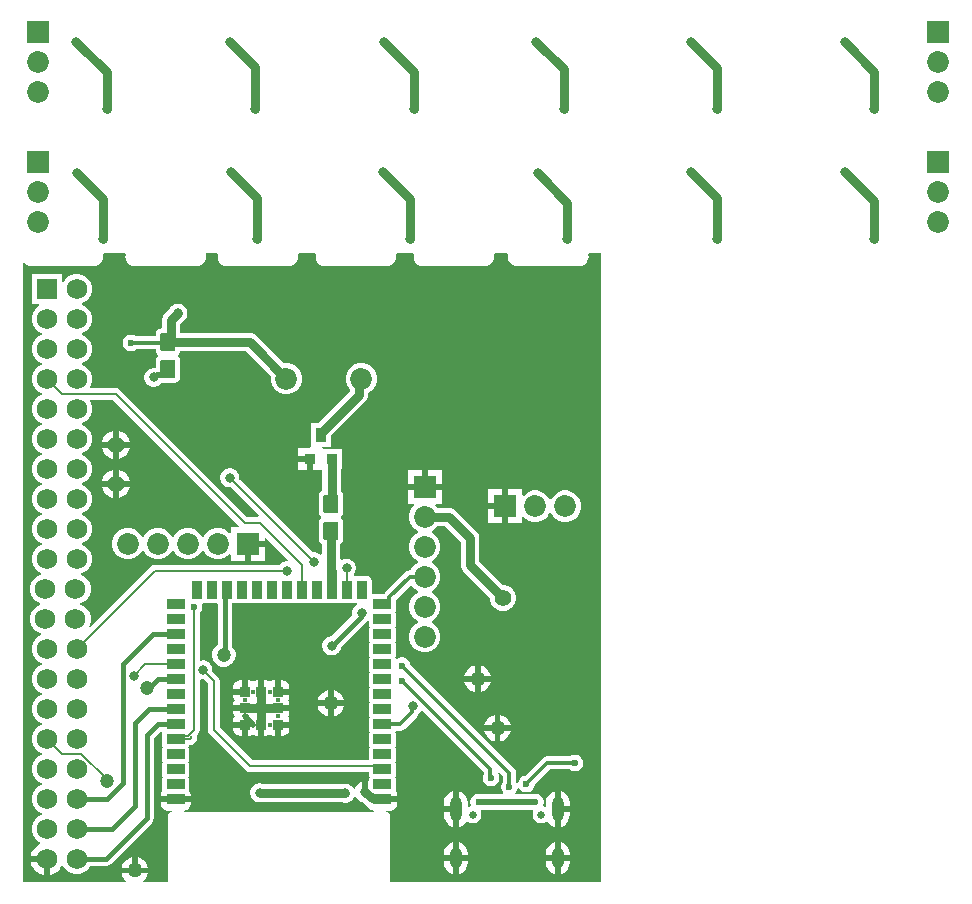
<source format=gbr>
%TF.GenerationSoftware,Altium Limited,Altium Designer,24.0.1 (36)*%
G04 Layer_Physical_Order=2*
G04 Layer_Color=16711680*
%FSLAX45Y45*%
%MOMM*%
%TF.SameCoordinates,E2561F4A-6B88-4173-B20F-5EBD6E3589F9*%
%TF.FilePolarity,Positive*%
%TF.FileFunction,Copper,L2,Bot,Signal*%
%TF.Part,Single*%
G01*
G75*
%TA.AperFunction,SMDPad,CuDef*%
G04:AMPARAMS|DCode=14|XSize=1.524mm|YSize=1.27mm|CornerRadius=0.09525mm|HoleSize=0mm|Usage=FLASHONLY|Rotation=270.000|XOffset=0mm|YOffset=0mm|HoleType=Round|Shape=RoundedRectangle|*
%AMROUNDEDRECTD14*
21,1,1.52400,1.07950,0,0,270.0*
21,1,1.33350,1.27000,0,0,270.0*
1,1,0.19050,-0.53975,-0.66675*
1,1,0.19050,-0.53975,0.66675*
1,1,0.19050,0.53975,0.66675*
1,1,0.19050,0.53975,-0.66675*
%
%ADD14ROUNDEDRECTD14*%
%TA.AperFunction,Conductor*%
%ADD24C,0.40000*%
%ADD25C,0.50000*%
%ADD26C,0.75000*%
%ADD27C,0.30000*%
%ADD28C,0.20000*%
%TA.AperFunction,ComponentPad*%
%ADD29C,0.40000*%
%ADD30C,1.85000*%
%ADD31R,1.85000X1.85000*%
%ADD32R,1.85000X1.85000*%
%ADD33C,1.75001*%
%ADD34R,1.75001X1.75001*%
%ADD35C,0.65000*%
%ADD36O,1.00000X2.10000*%
%ADD37O,1.00000X1.80000*%
%TA.AperFunction,ViaPad*%
%ADD38C,1.40000*%
%ADD39C,0.80000*%
%ADD40C,1.27000*%
%ADD41C,0.60000*%
%ADD42C,1.20000*%
%ADD43C,0.85000*%
%TA.AperFunction,SMDPad,CuDef*%
G04:AMPARAMS|DCode=44|XSize=0.9mm|YSize=1.5mm|CornerRadius=0.0675mm|HoleSize=0mm|Usage=FLASHONLY|Rotation=0.000|XOffset=0mm|YOffset=0mm|HoleType=Round|Shape=RoundedRectangle|*
%AMROUNDEDRECTD44*
21,1,0.90000,1.36500,0,0,0.0*
21,1,0.76500,1.50000,0,0,0.0*
1,1,0.13500,0.38250,-0.68250*
1,1,0.13500,-0.38250,-0.68250*
1,1,0.13500,-0.38250,0.68250*
1,1,0.13500,0.38250,0.68250*
%
%ADD44ROUNDEDRECTD44*%
G04:AMPARAMS|DCode=45|XSize=1.5mm|YSize=0.9mm|CornerRadius=0.0675mm|HoleSize=0mm|Usage=FLASHONLY|Rotation=0.000|XOffset=0mm|YOffset=0mm|HoleType=Round|Shape=RoundedRectangle|*
%AMROUNDEDRECTD45*
21,1,1.50000,0.76500,0,0,0.0*
21,1,1.36500,0.90000,0,0,0.0*
1,1,0.13500,0.68250,-0.38250*
1,1,0.13500,-0.68250,-0.38250*
1,1,0.13500,-0.68250,0.38250*
1,1,0.13500,0.68250,0.38250*
%
%ADD45ROUNDEDRECTD45*%
G04:AMPARAMS|DCode=46|XSize=0.9mm|YSize=0.9mm|CornerRadius=0.0675mm|HoleSize=0mm|Usage=FLASHONLY|Rotation=0.000|XOffset=0mm|YOffset=0mm|HoleType=Round|Shape=RoundedRectangle|*
%AMROUNDEDRECTD46*
21,1,0.90000,0.76500,0,0,0.0*
21,1,0.76500,0.90000,0,0,0.0*
1,1,0.13500,0.38250,-0.38250*
1,1,0.13500,-0.38250,-0.38250*
1,1,0.13500,-0.38250,0.38250*
1,1,0.13500,0.38250,0.38250*
%
%ADD46ROUNDEDRECTD46*%
%ADD47R,0.91440X0.91440*%
%ADD48R,0.91440X1.27000*%
G36*
X4946267Y53732D02*
X3160783D01*
Y609000D01*
X3157679Y624607D01*
X3148838Y637838D01*
X3135607Y646679D01*
X3122992Y649188D01*
X3124243Y661888D01*
X3163250D01*
X3185392Y666293D01*
X3204164Y678836D01*
X3216707Y697607D01*
X3221111Y719750D01*
Y733000D01*
X3095000D01*
Y783000D01*
X3221111D01*
Y796250D01*
X3216707Y818393D01*
X3207897Y831577D01*
X3210916Y846750D01*
Y923250D01*
X3207287Y941491D01*
X3202604Y948500D01*
X3207287Y955509D01*
X3210916Y973750D01*
Y1050250D01*
X3207287Y1068491D01*
X3202604Y1075500D01*
X3207287Y1082509D01*
X3210916Y1100750D01*
Y1177250D01*
X3207287Y1195491D01*
X3202604Y1202500D01*
X3207287Y1209509D01*
X3210916Y1227750D01*
Y1304250D01*
X3207287Y1322491D01*
X3205656Y1324932D01*
X3212615Y1336923D01*
X3246066D01*
X3267526Y1341191D01*
X3285719Y1353347D01*
X3387182Y1454810D01*
X3399338Y1473003D01*
X3401785Y1485305D01*
X3401921Y1485384D01*
X3416816Y1500279D01*
X3420239Y1506207D01*
X3432830Y1507865D01*
X3951382Y989312D01*
Y972729D01*
X3947971Y966819D01*
X3943200Y949016D01*
Y930584D01*
X3947971Y912781D01*
X3957186Y896819D01*
X3970219Y883786D01*
X3986181Y874571D01*
X4003984Y869800D01*
X4022416D01*
X4040219Y874571D01*
X4056181Y883786D01*
X4069214Y896819D01*
X4078429Y912781D01*
X4083200Y930584D01*
Y949016D01*
X4078429Y966819D01*
X4070897Y979866D01*
X4071159Y981575D01*
X4084690Y986005D01*
X4114623Y956072D01*
Y906471D01*
X4105471Y890619D01*
X4100700Y872816D01*
Y854384D01*
X4105471Y836581D01*
X4114686Y820619D01*
X4120445Y814861D01*
X4115184Y802161D01*
X3935783D01*
X3919216Y806600D01*
X3900785D01*
X3882981Y801829D01*
X3867019Y792614D01*
X3853986Y779581D01*
X3844771Y763619D01*
X3840000Y745816D01*
Y727384D01*
X3844771Y709581D01*
X3839657Y698503D01*
X3829432Y694943D01*
X3818863Y701803D01*
Y733000D01*
X3815426Y759105D01*
X3805350Y783431D01*
X3789321Y804321D01*
X3768432Y820350D01*
X3744105Y830426D01*
X3743000Y830571D01*
Y678000D01*
Y525428D01*
X3744105Y525574D01*
X3768432Y535650D01*
X3789321Y551679D01*
X3801264Y567244D01*
X3815619Y569830D01*
X3817729Y569267D01*
X3833016Y560441D01*
X3851455Y555500D01*
X3870545D01*
X3888984Y560441D01*
X3905516Y569986D01*
X3919015Y583484D01*
X3928559Y600016D01*
X3933500Y618455D01*
Y637545D01*
X3928566Y655958D01*
X3927664Y659396D01*
X3932075Y670046D01*
X3935783Y671039D01*
X4361649D01*
X4362981Y670270D01*
X4367375Y669093D01*
X4371413Y659345D01*
X4371159Y654931D01*
X4366500Y637545D01*
Y618455D01*
X4371441Y600016D01*
X4380986Y583484D01*
X4394484Y569986D01*
X4411016Y560441D01*
X4429455Y555500D01*
X4448545D01*
X4466984Y560441D01*
X4482271Y569267D01*
X4484381Y569830D01*
X4498736Y567244D01*
X4510679Y551679D01*
X4531569Y535650D01*
X4555895Y525574D01*
X4557000Y525428D01*
Y678000D01*
Y830571D01*
X4555895Y830426D01*
X4531569Y820350D01*
X4510679Y804321D01*
X4494650Y783431D01*
X4484574Y759105D01*
X4481137Y733000D01*
Y701677D01*
X4470607Y694850D01*
X4459237Y698805D01*
X4455230Y708481D01*
X4460000Y726284D01*
Y744716D01*
X4455230Y762519D01*
X4446014Y778481D01*
X4432981Y791514D01*
X4417019Y800729D01*
X4399216Y805500D01*
X4380784D01*
X4368323Y802161D01*
X4226216D01*
X4220955Y814861D01*
X4226714Y820619D01*
X4235930Y836581D01*
X4240317Y852955D01*
X4244545Y854781D01*
X4253400Y855695D01*
X4258986Y846019D01*
X4272019Y832986D01*
X4287981Y823771D01*
X4305785Y819000D01*
X4324216D01*
X4342019Y823771D01*
X4357981Y832986D01*
X4371014Y846019D01*
X4380230Y861981D01*
X4384967Y879661D01*
X4516028Y1010723D01*
X4681529D01*
X4697381Y1001571D01*
X4715184Y996800D01*
X4733616D01*
X4751419Y1001571D01*
X4767381Y1010786D01*
X4780414Y1023819D01*
X4789629Y1039781D01*
X4794400Y1057584D01*
Y1076016D01*
X4789629Y1093819D01*
X4780414Y1109781D01*
X4767381Y1122814D01*
X4751419Y1132029D01*
X4733616Y1136800D01*
X4715184D01*
X4697381Y1132029D01*
X4681529Y1122877D01*
X4492800D01*
X4471340Y1118609D01*
X4453148Y1106453D01*
X4305662Y958967D01*
X4287981Y954229D01*
X4272019Y945014D01*
X4258986Y931981D01*
X4249771Y916019D01*
X4245925Y901668D01*
X4233652Y898860D01*
X4226777Y907258D01*
Y979300D01*
X4222509Y1000760D01*
X4210353Y1018953D01*
X3329967Y1899339D01*
X3325230Y1917019D01*
X3316014Y1932981D01*
X3302981Y1946014D01*
X3287019Y1955230D01*
X3269216Y1960000D01*
X3250784D01*
X3232981Y1955230D01*
X3221952Y1948862D01*
X3208059Y1953611D01*
X3207287Y1957491D01*
X3202604Y1964500D01*
X3207287Y1971509D01*
X3210916Y1989750D01*
Y2066250D01*
X3207287Y2084491D01*
X3202604Y2091500D01*
X3207287Y2098509D01*
X3210916Y2116750D01*
Y2193250D01*
X3207287Y2211491D01*
X3202604Y2218500D01*
X3207287Y2225509D01*
X3210916Y2243750D01*
Y2320250D01*
X3207287Y2338491D01*
X3202604Y2345500D01*
X3207287Y2352509D01*
X3210916Y2370750D01*
Y2438979D01*
X3210920Y2439000D01*
Y2445615D01*
X3332643Y2567338D01*
X3345235Y2565680D01*
X3348374Y2560243D01*
X3373043Y2535574D01*
X3396671Y2521932D01*
Y2507268D01*
X3373043Y2493626D01*
X3348374Y2468957D01*
X3330930Y2438743D01*
X3321900Y2405044D01*
Y2370156D01*
X3330930Y2336457D01*
X3348374Y2306243D01*
X3373043Y2281574D01*
X3396671Y2267932D01*
Y2253268D01*
X3373043Y2239626D01*
X3348374Y2214957D01*
X3330930Y2184743D01*
X3321900Y2151044D01*
Y2116156D01*
X3330930Y2082457D01*
X3348374Y2052243D01*
X3373043Y2027574D01*
X3403257Y2010130D01*
X3436956Y2001100D01*
X3471844D01*
X3505543Y2010130D01*
X3535757Y2027574D01*
X3560426Y2052243D01*
X3577870Y2082457D01*
X3586900Y2116156D01*
Y2151044D01*
X3577870Y2184743D01*
X3560426Y2214957D01*
X3535757Y2239626D01*
X3512129Y2253268D01*
Y2267932D01*
X3535757Y2281574D01*
X3560426Y2306243D01*
X3577870Y2336457D01*
X3586900Y2370156D01*
Y2405044D01*
X3577870Y2438743D01*
X3560426Y2468957D01*
X3535757Y2493626D01*
X3512129Y2507268D01*
Y2521932D01*
X3535757Y2535574D01*
X3560426Y2560243D01*
X3577870Y2590457D01*
X3586900Y2624156D01*
Y2659044D01*
X3577870Y2692743D01*
X3560426Y2722957D01*
X3535757Y2747626D01*
X3512129Y2761268D01*
Y2775932D01*
X3535757Y2789574D01*
X3560426Y2814243D01*
X3577870Y2844457D01*
X3586900Y2878156D01*
Y2913044D01*
X3577870Y2946743D01*
X3560426Y2976957D01*
X3535757Y3001626D01*
X3512129Y3015268D01*
Y3029932D01*
X3535757Y3043574D01*
X3560426Y3068243D01*
X3562267Y3071431D01*
X3625221D01*
X3757231Y2939422D01*
Y2743200D01*
X3759895Y2722968D01*
X3767704Y2704115D01*
X3780126Y2687926D01*
X4004800Y2463252D01*
Y2449318D01*
X4012297Y2421342D01*
X4026778Y2396259D01*
X4047259Y2375778D01*
X4072342Y2361297D01*
X4100318Y2353800D01*
X4129282D01*
X4157258Y2361297D01*
X4182341Y2375778D01*
X4202822Y2396259D01*
X4217303Y2421342D01*
X4224800Y2449318D01*
Y2478282D01*
X4217303Y2506258D01*
X4202822Y2531341D01*
X4182341Y2551822D01*
X4157258Y2566303D01*
X4129282Y2573800D01*
X4115348D01*
X3913569Y2775579D01*
Y2971800D01*
X3910905Y2992032D01*
X3903096Y3010885D01*
X3890674Y3027074D01*
X3890673Y3027074D01*
X3712874Y3204874D01*
X3696685Y3217296D01*
X3677832Y3225105D01*
X3657600Y3227769D01*
X3562267D01*
X3560426Y3230957D01*
X3542983Y3248400D01*
X3548243Y3261100D01*
X3596900D01*
Y3378600D01*
X3454400D01*
X3311900D01*
Y3261100D01*
X3360557D01*
X3365817Y3248400D01*
X3348374Y3230957D01*
X3330930Y3200743D01*
X3321900Y3167044D01*
Y3132156D01*
X3330930Y3098457D01*
X3348374Y3068243D01*
X3373043Y3043574D01*
X3396671Y3029932D01*
Y3015268D01*
X3373043Y3001626D01*
X3348374Y2976957D01*
X3330930Y2946743D01*
X3321900Y2913044D01*
Y2878156D01*
X3330930Y2844457D01*
X3348374Y2814243D01*
X3373043Y2789574D01*
X3396671Y2775932D01*
Y2761268D01*
X3373043Y2747626D01*
X3348374Y2722957D01*
X3333779Y2697677D01*
X3327600D01*
X3306140Y2693409D01*
X3287947Y2681253D01*
X3115190Y2508495D01*
X3106116Y2494916D01*
X3026750D01*
X3017116Y2492999D01*
X3004416Y2502664D01*
Y2602250D01*
X3000787Y2620491D01*
X2990455Y2635955D01*
X2974991Y2646287D01*
X2956750Y2649916D01*
X2880250D01*
X2862009Y2646287D01*
X2855775Y2649463D01*
X2853639Y2664302D01*
X2855516Y2666179D01*
X2866048Y2684421D01*
X2871500Y2704768D01*
Y2725832D01*
X2866048Y2746179D01*
X2855516Y2764421D01*
X2840621Y2779316D01*
X2822379Y2789848D01*
X2802032Y2795300D01*
X2780968D01*
X2760621Y2789848D01*
X2750869Y2784217D01*
X2738169Y2791550D01*
Y2921328D01*
X2749681Y2929020D01*
X2760626Y2945402D01*
X2764470Y2964725D01*
Y3098075D01*
X2760626Y3117399D01*
X2749681Y3133781D01*
X2743271Y3138063D01*
Y3153337D01*
X2749681Y3157620D01*
X2760626Y3174002D01*
X2764470Y3193325D01*
Y3326675D01*
X2760626Y3345999D01*
X2749681Y3362381D01*
X2743169Y3366732D01*
Y3554280D01*
X2755720D01*
Y3725720D01*
X2597109D01*
X2587792Y3734728D01*
X2587280Y3736448D01*
X2587162Y3738420D01*
X2588108Y3739700D01*
X2659200D01*
Y3836153D01*
X2951726Y4128679D01*
X2964149Y4144868D01*
X2971958Y4163721D01*
X2974621Y4183953D01*
Y4199981D01*
X2998857Y4213974D01*
X3023526Y4238643D01*
X3040970Y4268857D01*
X3050000Y4302556D01*
Y4337444D01*
X3040970Y4371143D01*
X3023526Y4401357D01*
X2998857Y4426026D01*
X2968643Y4443470D01*
X2934944Y4452500D01*
X2900056D01*
X2866357Y4443470D01*
X2836143Y4426026D01*
X2811474Y4401357D01*
X2794030Y4371143D01*
X2785000Y4337444D01*
Y4302556D01*
X2794030Y4268857D01*
X2811474Y4238643D01*
X2818284Y4231833D01*
Y4216331D01*
X2548653Y3946700D01*
X2487760D01*
Y3748420D01*
X2487760Y3739700D01*
X2476709Y3735720D01*
X2383780D01*
Y3665001D01*
X2479499D01*
Y3640001D01*
X2504499D01*
Y3544280D01*
X2574131D01*
X2575220Y3544280D01*
X2586831Y3541652D01*
Y3373352D01*
X2586701Y3373327D01*
X2570319Y3362381D01*
X2559374Y3345999D01*
X2555530Y3326675D01*
Y3193325D01*
X2559374Y3174002D01*
X2570319Y3157620D01*
X2576729Y3153337D01*
Y3138063D01*
X2570319Y3133781D01*
X2559374Y3117399D01*
X2555530Y3098075D01*
Y2964725D01*
X2559374Y2945402D01*
X2570319Y2929020D01*
X2581831Y2921328D01*
Y2832466D01*
X2569131Y2827206D01*
X2563721Y2832616D01*
X2545479Y2843148D01*
X2525132Y2848600D01*
X2506696D01*
X1883400Y3471896D01*
Y3490332D01*
X1877948Y3510679D01*
X1867416Y3528921D01*
X1852521Y3543816D01*
X1834279Y3554348D01*
X1813932Y3559800D01*
X1792868D01*
X1772521Y3554348D01*
X1754279Y3543816D01*
X1739384Y3528921D01*
X1728852Y3510679D01*
X1723400Y3490332D01*
Y3469268D01*
X1728852Y3448921D01*
X1739384Y3430679D01*
X1754279Y3415784D01*
X1772521Y3405252D01*
X1792868Y3399800D01*
X1811304D01*
X2048625Y3162480D01*
X2043364Y3149780D01*
X1951517D01*
X874248Y4227048D01*
X857709Y4238099D01*
X838200Y4241980D01*
X622035D01*
X615684Y4252978D01*
X624811Y4268787D01*
X633500Y4301214D01*
Y4334786D01*
X624811Y4367213D01*
X608026Y4396287D01*
X584287Y4420026D01*
X555213Y4436811D01*
X548351Y4438650D01*
Y4451350D01*
X555213Y4453189D01*
X584287Y4469974D01*
X608026Y4493713D01*
X624811Y4522787D01*
X633500Y4555214D01*
Y4588786D01*
X624811Y4621213D01*
X608026Y4650287D01*
X584287Y4674026D01*
X555213Y4690811D01*
X548351Y4692650D01*
Y4705350D01*
X555213Y4707189D01*
X584287Y4723974D01*
X608026Y4747713D01*
X624811Y4776787D01*
X633500Y4809214D01*
Y4842786D01*
X624811Y4875213D01*
X608026Y4904287D01*
X584287Y4928026D01*
X555213Y4944811D01*
X548351Y4946650D01*
Y4959350D01*
X555213Y4961189D01*
X584287Y4977974D01*
X608026Y5001713D01*
X624811Y5030787D01*
X633500Y5063214D01*
Y5096786D01*
X624811Y5129213D01*
X608026Y5158287D01*
X584287Y5182026D01*
X555213Y5198811D01*
X522786Y5207500D01*
X489214D01*
X456787Y5198811D01*
X427713Y5182026D01*
X403974Y5158287D01*
X392200Y5137894D01*
X379500Y5141297D01*
Y5207500D01*
X124500D01*
Y4952500D01*
X190703D01*
X194106Y4939800D01*
X173713Y4928026D01*
X149974Y4904287D01*
X133189Y4875213D01*
X124500Y4842786D01*
Y4809214D01*
X133189Y4776787D01*
X149974Y4747713D01*
X173713Y4723974D01*
X202787Y4707189D01*
X209649Y4705350D01*
Y4692650D01*
X202787Y4690811D01*
X173713Y4674026D01*
X149974Y4650287D01*
X133189Y4621213D01*
X124500Y4588786D01*
Y4555214D01*
X133189Y4522787D01*
X149974Y4493713D01*
X173713Y4469974D01*
X202787Y4453189D01*
X209649Y4451350D01*
Y4438650D01*
X202787Y4436811D01*
X173713Y4420026D01*
X149974Y4396287D01*
X133189Y4367213D01*
X124500Y4334786D01*
Y4301214D01*
X133189Y4268787D01*
X149974Y4239713D01*
X173713Y4215974D01*
X202787Y4199189D01*
X209649Y4197350D01*
Y4184650D01*
X202787Y4182811D01*
X173713Y4166026D01*
X149974Y4142287D01*
X133189Y4113213D01*
X124500Y4080786D01*
Y4047214D01*
X133189Y4014787D01*
X149974Y3985713D01*
X173713Y3961974D01*
X202787Y3945189D01*
X209649Y3943350D01*
Y3930650D01*
X202787Y3928811D01*
X173713Y3912026D01*
X149974Y3888287D01*
X133189Y3859213D01*
X124500Y3826786D01*
Y3793214D01*
X133189Y3760787D01*
X149974Y3731713D01*
X173713Y3707974D01*
X202787Y3691189D01*
X209649Y3689350D01*
Y3676650D01*
X202787Y3674811D01*
X173713Y3658026D01*
X149974Y3634287D01*
X133189Y3605213D01*
X124500Y3572786D01*
Y3539214D01*
X133189Y3506787D01*
X149974Y3477713D01*
X173713Y3453974D01*
X202787Y3437189D01*
X209649Y3435350D01*
Y3422650D01*
X202787Y3420811D01*
X173713Y3404026D01*
X149974Y3380287D01*
X133189Y3351213D01*
X124500Y3318786D01*
Y3285214D01*
X133189Y3252787D01*
X149974Y3223713D01*
X173713Y3199974D01*
X202787Y3183189D01*
X209649Y3181350D01*
Y3168650D01*
X202787Y3166811D01*
X173713Y3150026D01*
X149974Y3126287D01*
X133189Y3097213D01*
X124500Y3064786D01*
Y3031214D01*
X133189Y2998787D01*
X149974Y2969713D01*
X173713Y2945974D01*
X202787Y2929189D01*
X209649Y2927350D01*
Y2914650D01*
X202787Y2912811D01*
X173713Y2896026D01*
X149974Y2872287D01*
X133189Y2843213D01*
X124500Y2810786D01*
Y2777214D01*
X133189Y2744787D01*
X149974Y2715713D01*
X173713Y2691974D01*
X202787Y2675189D01*
X209055Y2673509D01*
Y2660361D01*
X193626Y2656227D01*
X164553Y2639441D01*
X140814Y2615702D01*
X124028Y2586629D01*
X115339Y2554201D01*
Y2520629D01*
X124028Y2488202D01*
X140814Y2459128D01*
X164553Y2435390D01*
X193626Y2418604D01*
X200488Y2416765D01*
Y2404065D01*
X193626Y2402227D01*
X164553Y2385441D01*
X140814Y2361702D01*
X124028Y2332629D01*
X115339Y2300201D01*
Y2266629D01*
X124028Y2234202D01*
X140814Y2205128D01*
X164553Y2181390D01*
X193626Y2164604D01*
X201544Y2162482D01*
X200646Y2149575D01*
X173713Y2134026D01*
X149974Y2110287D01*
X133189Y2081213D01*
X124500Y2048786D01*
Y2015214D01*
X133189Y1982787D01*
X149974Y1953713D01*
X173713Y1929974D01*
X202787Y1913189D01*
X209649Y1911350D01*
Y1898650D01*
X202787Y1896811D01*
X173713Y1880026D01*
X149974Y1856287D01*
X133189Y1827213D01*
X124500Y1794786D01*
Y1761214D01*
X133189Y1728787D01*
X149974Y1699713D01*
X173713Y1675974D01*
X202787Y1659189D01*
X209649Y1657350D01*
Y1644650D01*
X202787Y1642811D01*
X173713Y1626026D01*
X149974Y1602287D01*
X133189Y1573213D01*
X124500Y1540786D01*
Y1507214D01*
X133189Y1474787D01*
X149974Y1445713D01*
X173713Y1421974D01*
X202787Y1405189D01*
X209649Y1403350D01*
Y1390650D01*
X202787Y1388811D01*
X173713Y1372026D01*
X149974Y1348287D01*
X133189Y1319213D01*
X124500Y1286786D01*
Y1253214D01*
X133189Y1220787D01*
X149974Y1191713D01*
X173713Y1167974D01*
X202787Y1151189D01*
X209649Y1149350D01*
Y1136650D01*
X202787Y1134811D01*
X173713Y1118026D01*
X149974Y1094287D01*
X133189Y1065213D01*
X124500Y1032786D01*
Y999214D01*
X133189Y966787D01*
X149974Y937713D01*
X173713Y913974D01*
X202787Y897189D01*
X209649Y895350D01*
Y882650D01*
X202787Y880811D01*
X173713Y864026D01*
X149974Y840287D01*
X133189Y811213D01*
X124500Y778786D01*
Y745214D01*
X133189Y712787D01*
X149974Y683713D01*
X173713Y659974D01*
X202787Y643189D01*
X209649Y641350D01*
Y628650D01*
X202787Y626811D01*
X173713Y610026D01*
X149974Y586287D01*
X133189Y557213D01*
X124500Y524786D01*
Y491214D01*
X133189Y458787D01*
X149974Y429713D01*
X173713Y405974D01*
X194835Y393780D01*
X195264Y392560D01*
X194270Y379441D01*
X167573Y364028D01*
X141972Y338427D01*
X123870Y307073D01*
X116348Y279000D01*
X252000D01*
Y254000D01*
X277000D01*
Y118348D01*
X305073Y125870D01*
X336427Y143972D01*
X362028Y169573D01*
X377441Y196270D01*
X390560Y197264D01*
X391780Y196835D01*
X403974Y175713D01*
X427713Y151974D01*
X456787Y135189D01*
X489214Y126500D01*
X522786D01*
X555213Y135189D01*
X584287Y151974D01*
X608026Y175713D01*
X617905Y192825D01*
X754000D01*
X777411Y197481D01*
X797257Y210743D01*
X1143258Y556743D01*
X1156519Y576589D01*
X1161175Y600000D01*
Y1274660D01*
X1213121Y1326606D01*
X1218348Y1327513D01*
X1228422Y1325506D01*
X1232043Y1319124D01*
X1229084Y1304250D01*
Y1227750D01*
X1232713Y1209509D01*
X1237396Y1202500D01*
X1232713Y1195491D01*
X1229084Y1177250D01*
Y1100750D01*
X1232713Y1082509D01*
X1237396Y1075500D01*
X1232713Y1068491D01*
X1229084Y1050250D01*
Y973750D01*
X1232713Y955509D01*
X1237396Y948500D01*
X1232713Y941491D01*
X1229084Y923250D01*
Y846750D01*
X1232102Y831577D01*
X1223293Y818393D01*
X1218888Y796250D01*
Y783000D01*
X1471111D01*
Y796250D01*
X1466707Y818393D01*
X1457897Y831577D01*
X1460916Y846750D01*
Y923250D01*
X1457287Y941491D01*
X1452604Y948500D01*
X1457287Y955509D01*
X1460916Y973750D01*
Y1050250D01*
X1457287Y1068491D01*
X1452604Y1075500D01*
X1457287Y1082509D01*
X1460916Y1100750D01*
Y1177250D01*
X1457287Y1195491D01*
X1452604Y1202500D01*
X1457287Y1209509D01*
X1458383Y1215020D01*
X1462600D01*
X1482109Y1218901D01*
X1498648Y1229952D01*
X1510364Y1241668D01*
X1521415Y1258207D01*
X1525295Y1277716D01*
Y1294284D01*
X1524214Y1299719D01*
X1534648Y1310152D01*
X1545699Y1326691D01*
X1549580Y1346200D01*
Y1767705D01*
X1559655Y1775436D01*
X1564268Y1774200D01*
X1582704D01*
X1616562Y1740342D01*
Y1348510D01*
X1620443Y1329001D01*
X1631494Y1312462D01*
X1940005Y1003952D01*
X1956543Y992901D01*
X1976052Y989020D01*
X2979084D01*
Y973750D01*
X2982713Y955509D01*
X2987396Y948500D01*
X2982713Y941491D01*
X2979084Y923250D01*
Y915812D01*
X2975000Y912679D01*
Y820000D01*
X2925000D01*
Y906476D01*
X2915261Y903866D01*
X2894739Y892018D01*
X2877982Y875261D01*
X2866133Y854738D01*
X2864573Y848915D01*
X2850944Y847121D01*
X2844016Y859121D01*
X2829121Y874016D01*
X2810879Y884548D01*
X2790532Y890000D01*
X2783208D01*
X2775847Y890969D01*
X2074766D01*
X2067932Y892800D01*
X2046868D01*
X2026521Y887348D01*
X2008279Y876816D01*
X1993384Y861921D01*
X1982852Y843679D01*
X1977400Y823332D01*
Y802268D01*
X1982852Y781921D01*
X1993384Y763679D01*
X2008279Y748784D01*
X2026521Y738252D01*
X2046868Y732800D01*
X2067932D01*
X2074766Y734631D01*
X2752184D01*
X2769468Y730000D01*
X2790532D01*
X2810879Y735452D01*
X2829121Y745984D01*
X2844016Y760879D01*
X2854548Y779121D01*
X2854923Y780521D01*
X2868324Y781466D01*
X2877982Y764739D01*
X2894739Y747982D01*
X2915261Y736133D01*
X2928117Y732689D01*
X2950579Y710226D01*
X2966768Y697804D01*
X2975608Y694142D01*
X2985836Y678836D01*
X3004607Y666293D01*
X3023758Y662484D01*
X3022507Y649784D01*
X1417492D01*
X1416242Y662484D01*
X1435392Y666293D01*
X1454164Y678836D01*
X1466707Y697607D01*
X1471111Y719750D01*
Y733000D01*
X1218888D01*
Y719750D01*
X1223293Y697607D01*
X1235836Y678836D01*
X1254607Y666293D01*
X1276750Y661888D01*
X1315757D01*
X1317008Y649188D01*
X1304393Y646679D01*
X1291162Y637838D01*
X1282321Y624607D01*
X1279216Y609000D01*
Y53732D01*
X1075134D01*
X1071945Y66432D01*
X1090823Y85310D01*
X1105765Y111191D01*
X1110805Y130000D01*
X889195D01*
X894235Y111191D01*
X909178Y85310D01*
X928055Y66432D01*
X924866Y53732D01*
X53732D01*
Y5297966D01*
X66432Y5302277D01*
X72226Y5294726D01*
X88416Y5282304D01*
X107269Y5274495D01*
X127500Y5271831D01*
X652500D01*
X672731Y5274495D01*
X691584Y5282304D01*
X707774Y5294726D01*
X720196Y5310915D01*
X728005Y5329768D01*
X730669Y5350000D01*
X728022Y5370100D01*
X727683Y5372811D01*
X735572Y5382800D01*
X914428D01*
X922317Y5372811D01*
X921978Y5370100D01*
X919331Y5350000D01*
X921995Y5329768D01*
X929804Y5310915D01*
X942226Y5294726D01*
X958416Y5282304D01*
X977269Y5274495D01*
X997500Y5271831D01*
X1522500D01*
X1542731Y5274495D01*
X1561584Y5282304D01*
X1577774Y5294726D01*
X1590196Y5310915D01*
X1598005Y5329768D01*
X1600669Y5350000D01*
X1598022Y5370100D01*
X1597683Y5372811D01*
X1605572Y5382800D01*
X1694428D01*
X1702317Y5372811D01*
X1701978Y5370100D01*
X1699331Y5350000D01*
X1701995Y5329768D01*
X1709804Y5310915D01*
X1722226Y5294726D01*
X1738416Y5282304D01*
X1757269Y5274495D01*
X1777500Y5271831D01*
X2302500D01*
X2322731Y5274495D01*
X2341584Y5282304D01*
X2357774Y5294726D01*
X2370196Y5310915D01*
X2378005Y5329768D01*
X2380669Y5350000D01*
X2378022Y5370100D01*
X2377683Y5372811D01*
X2385572Y5382800D01*
X2524428D01*
X2532317Y5372811D01*
X2531978Y5370100D01*
X2529331Y5350000D01*
X2531995Y5329768D01*
X2539804Y5310915D01*
X2552227Y5294726D01*
X2568416Y5282304D01*
X2587269Y5274495D01*
X2607500Y5271831D01*
X3132500D01*
X3152732Y5274495D01*
X3171584Y5282304D01*
X3187774Y5294726D01*
X3200196Y5310915D01*
X3208005Y5329768D01*
X3210669Y5350000D01*
X3208023Y5370100D01*
X3207683Y5372811D01*
X3215572Y5382800D01*
X3354428D01*
X3362317Y5372811D01*
X3361978Y5370100D01*
X3359331Y5350000D01*
X3361995Y5329768D01*
X3369804Y5310915D01*
X3382226Y5294726D01*
X3398416Y5282304D01*
X3417269Y5274495D01*
X3437500Y5271831D01*
X3962500D01*
X3982731Y5274495D01*
X4001584Y5282304D01*
X4017774Y5294726D01*
X4030196Y5310915D01*
X4038005Y5329768D01*
X4040669Y5350000D01*
X4038022Y5370100D01*
X4037683Y5372811D01*
X4045572Y5382800D01*
X4154428D01*
X4162317Y5372811D01*
X4161977Y5370100D01*
X4159331Y5350000D01*
X4161995Y5329768D01*
X4169804Y5310915D01*
X4182226Y5294726D01*
X4198416Y5282304D01*
X4217268Y5274495D01*
X4237500Y5271831D01*
X4762500D01*
X4782731Y5274495D01*
X4801584Y5282304D01*
X4817773Y5294726D01*
X4830196Y5310915D01*
X4838005Y5329768D01*
X4840668Y5350000D01*
X4838022Y5370100D01*
X4837683Y5372811D01*
X4845572Y5382800D01*
X4946267D01*
Y53732D01*
D02*
G37*
G36*
X1881871Y3075233D02*
X1877011Y3063500D01*
X1813300D01*
Y3014843D01*
X1800600Y3009583D01*
X1783157Y3027026D01*
X1752943Y3044470D01*
X1719244Y3053500D01*
X1684356D01*
X1650657Y3044470D01*
X1620443Y3027026D01*
X1595774Y3002357D01*
X1582132Y2978729D01*
X1567468D01*
X1553826Y3002357D01*
X1529157Y3027026D01*
X1498943Y3044470D01*
X1465244Y3053500D01*
X1430356D01*
X1396657Y3044470D01*
X1366443Y3027026D01*
X1341774Y3002357D01*
X1328132Y2978729D01*
X1313468D01*
X1299826Y3002357D01*
X1275157Y3027026D01*
X1244943Y3044470D01*
X1211244Y3053500D01*
X1176356D01*
X1142657Y3044470D01*
X1112443Y3027026D01*
X1087774Y3002357D01*
X1074132Y2978729D01*
X1059468D01*
X1045826Y3002357D01*
X1021157Y3027026D01*
X990943Y3044470D01*
X957244Y3053500D01*
X922356D01*
X888657Y3044470D01*
X858443Y3027026D01*
X833774Y3002357D01*
X816330Y2972143D01*
X807300Y2938444D01*
Y2903556D01*
X816330Y2869857D01*
X833774Y2839643D01*
X858443Y2814974D01*
X888657Y2797530D01*
X922356Y2788500D01*
X957244D01*
X990943Y2797530D01*
X1021157Y2814974D01*
X1045826Y2839643D01*
X1059468Y2863271D01*
X1074132D01*
X1087774Y2839643D01*
X1112443Y2814974D01*
X1142657Y2797530D01*
X1176356Y2788500D01*
X1211244D01*
X1244943Y2797530D01*
X1275157Y2814974D01*
X1299826Y2839643D01*
X1313468Y2863271D01*
X1328132D01*
X1341774Y2839643D01*
X1366443Y2814974D01*
X1396657Y2797530D01*
X1430356Y2788500D01*
X1465244D01*
X1498943Y2797530D01*
X1529157Y2814974D01*
X1553826Y2839643D01*
X1567468Y2863271D01*
X1582132D01*
X1595774Y2839643D01*
X1620443Y2814974D01*
X1650657Y2797530D01*
X1684356Y2788500D01*
X1719244D01*
X1752943Y2797530D01*
X1783157Y2814974D01*
X1800600Y2832417D01*
X1813300Y2827157D01*
Y2778500D01*
X1930800D01*
Y2921000D01*
X1955800D01*
Y2946000D01*
X2098300D01*
Y2969211D01*
X2110033Y2974071D01*
X2299481Y2784623D01*
X2298220Y2779394D01*
X2293744Y2772400D01*
X2275468D01*
X2255121Y2766948D01*
X2236879Y2756416D01*
X2223843Y2743380D01*
X1166400D01*
X1146891Y2739499D01*
X1130352Y2728448D01*
X622406Y2220502D01*
X612244Y2228300D01*
X615651Y2234202D01*
X624340Y2266629D01*
Y2300201D01*
X615651Y2332629D01*
X598865Y2361702D01*
X575127Y2385441D01*
X546053Y2402227D01*
X539191Y2404065D01*
Y2416765D01*
X546053Y2418604D01*
X575127Y2435390D01*
X598865Y2459128D01*
X615651Y2488202D01*
X624340Y2520629D01*
Y2554201D01*
X615651Y2586629D01*
X598865Y2615702D01*
X575127Y2639441D01*
X546053Y2656227D01*
X539784Y2657906D01*
Y2671054D01*
X555213Y2675189D01*
X584287Y2691974D01*
X608026Y2715713D01*
X624811Y2744787D01*
X633500Y2777214D01*
Y2810786D01*
X624811Y2843213D01*
X608026Y2872287D01*
X584287Y2896026D01*
X555213Y2912811D01*
X548351Y2914650D01*
Y2927350D01*
X555213Y2929189D01*
X584287Y2945974D01*
X608026Y2969713D01*
X624811Y2998787D01*
X633500Y3031214D01*
Y3064786D01*
X624811Y3097213D01*
X608026Y3126287D01*
X584287Y3150026D01*
X555213Y3166811D01*
X548351Y3168650D01*
Y3181350D01*
X555213Y3183189D01*
X584287Y3199974D01*
X608026Y3223713D01*
X624811Y3252787D01*
X633500Y3285214D01*
Y3318786D01*
X624811Y3351213D01*
X608026Y3380287D01*
X584287Y3404026D01*
X555213Y3420811D01*
X548351Y3422650D01*
Y3435350D01*
X555213Y3437189D01*
X584287Y3453974D01*
X608026Y3477713D01*
X624811Y3506787D01*
X633500Y3539214D01*
Y3572786D01*
X624811Y3605213D01*
X608026Y3634287D01*
X584287Y3658026D01*
X555213Y3674811D01*
X548351Y3676650D01*
Y3689350D01*
X555213Y3691189D01*
X584287Y3707974D01*
X608026Y3731713D01*
X624811Y3760787D01*
X633500Y3793214D01*
Y3826786D01*
X624811Y3859213D01*
X608026Y3888287D01*
X584287Y3912026D01*
X555213Y3928811D01*
X548351Y3930650D01*
Y3943350D01*
X555213Y3945189D01*
X584287Y3961974D01*
X608026Y3985713D01*
X624811Y4014787D01*
X633500Y4047214D01*
Y4080786D01*
X624811Y4113213D01*
X615684Y4129022D01*
X622035Y4140020D01*
X817084D01*
X1881871Y3075233D01*
D02*
G37*
G36*
X2735009Y2421713D02*
X2753250Y2418084D01*
X2829750D01*
X2847991Y2421713D01*
X2855000Y2426396D01*
X2862009Y2421713D01*
X2877378Y2418656D01*
X2880091Y2410566D01*
X2879983Y2405495D01*
X2871879Y2400816D01*
X2856984Y2385921D01*
X2846452Y2367679D01*
X2841000Y2347332D01*
Y2326268D01*
X2842765Y2319680D01*
X2660485Y2137400D01*
X2656468D01*
X2636121Y2131948D01*
X2617879Y2121416D01*
X2602984Y2106521D01*
X2592452Y2088279D01*
X2587000Y2067932D01*
Y2046868D01*
X2592452Y2026521D01*
X2602984Y2008279D01*
X2617879Y1993384D01*
X2636121Y1982852D01*
X2656468Y1977400D01*
X2677532D01*
X2697879Y1982852D01*
X2716121Y1993384D01*
X2731016Y2008279D01*
X2741548Y2026521D01*
X2747000Y2046868D01*
Y2050885D01*
X2956604Y2260489D01*
X2961490Y2267801D01*
X2966384Y2270627D01*
X2979084Y2265191D01*
Y2243750D01*
X2982713Y2225509D01*
X2987396Y2218500D01*
X2982713Y2211491D01*
X2979084Y2193250D01*
Y2116750D01*
X2982713Y2098509D01*
X2987396Y2091500D01*
X2982713Y2084491D01*
X2979084Y2066250D01*
Y1989750D01*
X2982713Y1971509D01*
X2987396Y1964500D01*
X2982713Y1957491D01*
X2979084Y1939250D01*
Y1862750D01*
X2982713Y1844509D01*
X2987396Y1837500D01*
X2982713Y1830491D01*
X2979084Y1812250D01*
Y1735750D01*
X2982713Y1717509D01*
X2987396Y1710500D01*
X2982713Y1703491D01*
X2979084Y1685250D01*
Y1608750D01*
X2982713Y1590509D01*
X2987396Y1583500D01*
X2982713Y1576491D01*
X2979084Y1558250D01*
Y1481750D01*
X2982713Y1463509D01*
X2987396Y1456500D01*
X2982713Y1449491D01*
X2979084Y1431250D01*
Y1354750D01*
X2982713Y1336509D01*
X2987396Y1329500D01*
X2982713Y1322491D01*
X2979084Y1304250D01*
Y1227750D01*
X2982713Y1209509D01*
X2987396Y1202500D01*
X2982713Y1195491D01*
X2979084Y1177250D01*
Y1100750D01*
X2971065Y1090980D01*
X1997169D01*
X1718522Y1369627D01*
Y1761458D01*
X1714641Y1780967D01*
X1703590Y1797506D01*
X1654800Y1846296D01*
Y1864732D01*
X1649348Y1885079D01*
X1638816Y1903321D01*
X1623921Y1918216D01*
X1605679Y1928748D01*
X1585332Y1934200D01*
X1564268D01*
X1559655Y1932964D01*
X1549580Y1940695D01*
Y2339585D01*
X1554614Y2344619D01*
X1563829Y2360581D01*
X1568600Y2378384D01*
Y2396816D01*
X1566035Y2406386D01*
X1573813Y2420882D01*
X1577991Y2421713D01*
X1585000Y2426396D01*
X1592009Y2421713D01*
X1610250Y2418084D01*
X1686750D01*
X1693057Y2419339D01*
X1702875Y2411282D01*
Y2067961D01*
X1691199Y2061220D01*
X1672580Y2042601D01*
X1659415Y2019798D01*
X1652600Y1994365D01*
Y1968035D01*
X1659415Y1942602D01*
X1672580Y1919799D01*
X1691199Y1901180D01*
X1714002Y1888015D01*
X1739435Y1881200D01*
X1765765D01*
X1791198Y1888015D01*
X1814001Y1901180D01*
X1832620Y1919799D01*
X1845785Y1942602D01*
X1852600Y1968035D01*
Y1994365D01*
X1845785Y2019798D01*
X1832620Y2042601D01*
X1825225Y2049995D01*
Y2420367D01*
X1831991Y2421713D01*
X1839000Y2426396D01*
X1846009Y2421713D01*
X1864250Y2418084D01*
X1940750D01*
X1958991Y2421713D01*
X1966000Y2426396D01*
X1973009Y2421713D01*
X1991250Y2418084D01*
X2067750D01*
X2085991Y2421713D01*
X2093000Y2426396D01*
X2100009Y2421713D01*
X2118250Y2418084D01*
X2194750D01*
X2212991Y2421713D01*
X2220000Y2426396D01*
X2227009Y2421713D01*
X2245250Y2418084D01*
X2321750D01*
X2339991Y2421713D01*
X2347000Y2426396D01*
X2354009Y2421713D01*
X2372250Y2418084D01*
X2448750D01*
X2466991Y2421713D01*
X2474000Y2426396D01*
X2481009Y2421713D01*
X2499250Y2418084D01*
X2575750D01*
X2593991Y2421713D01*
X2601000Y2426396D01*
X2608009Y2421713D01*
X2626250Y2418084D01*
X2702750D01*
X2720991Y2421713D01*
X2728000Y2426396D01*
X2735009Y2421713D01*
D02*
G37*
%LPC*%
G36*
X1373732Y4953980D02*
X1352668D01*
X1332321Y4948528D01*
X1314079Y4937996D01*
X1299184Y4923101D01*
X1295647Y4916974D01*
X1250726Y4872054D01*
X1238303Y4855865D01*
X1233729Y4844821D01*
X1230494Y4837012D01*
X1227831Y4816780D01*
Y4747170D01*
X1226025D01*
X1206701Y4743327D01*
X1190319Y4732381D01*
X1179373Y4715999D01*
X1175530Y4696675D01*
Y4678877D01*
X1008071D01*
X992219Y4688029D01*
X974416Y4692800D01*
X955984D01*
X938181Y4688029D01*
X922219Y4678814D01*
X909186Y4665781D01*
X899971Y4649819D01*
X895200Y4632016D01*
Y4613584D01*
X899971Y4595781D01*
X909186Y4579819D01*
X922219Y4566786D01*
X938181Y4557571D01*
X955984Y4552800D01*
X974416D01*
X992219Y4557571D01*
X1008071Y4566723D01*
X1175530D01*
Y4563325D01*
X1179373Y4544002D01*
X1190319Y4527620D01*
X1196728Y4523337D01*
Y4508063D01*
X1190319Y4503781D01*
X1179373Y4487399D01*
X1175530Y4468075D01*
Y4414077D01*
X1171349Y4413527D01*
X1162834Y4410000D01*
X1149468D01*
X1129121Y4404548D01*
X1110879Y4394016D01*
X1095984Y4379121D01*
X1085452Y4360879D01*
X1080000Y4340532D01*
Y4319468D01*
X1085452Y4299121D01*
X1095984Y4280879D01*
X1110879Y4265984D01*
X1129121Y4255452D01*
X1149468Y4250000D01*
X1170532D01*
X1190878Y4255452D01*
X1209121Y4265984D01*
X1224016Y4280879D01*
X1225958Y4284243D01*
X1226025Y4284230D01*
X1333975D01*
X1353298Y4288074D01*
X1369680Y4299020D01*
X1380626Y4315402D01*
X1384470Y4334725D01*
Y4468075D01*
X1380626Y4487399D01*
X1369680Y4503781D01*
X1363271Y4508063D01*
Y4523337D01*
X1369680Y4527620D01*
X1380626Y4544002D01*
X1382184Y4551831D01*
X1940121D01*
X2150953Y4341000D01*
X2150000Y4337444D01*
Y4302556D01*
X2159030Y4268857D01*
X2176474Y4238643D01*
X2201143Y4213974D01*
X2231357Y4196530D01*
X2265056Y4187500D01*
X2299944D01*
X2333643Y4196530D01*
X2363857Y4213974D01*
X2388526Y4238643D01*
X2405970Y4268857D01*
X2415000Y4302556D01*
Y4337444D01*
X2405970Y4371143D01*
X2388526Y4401357D01*
X2363857Y4426026D01*
X2333643Y4443470D01*
X2299944Y4452500D01*
X2265056D01*
X2261500Y4451547D01*
X2027773Y4685274D01*
X2011584Y4697696D01*
X2000540Y4702271D01*
X1992731Y4705505D01*
X1972500Y4708169D01*
X1384168D01*
Y4784401D01*
X1406194Y4806427D01*
X1412321Y4809964D01*
X1427216Y4824859D01*
X1437748Y4843101D01*
X1443200Y4863448D01*
Y4884512D01*
X1437748Y4904859D01*
X1427216Y4923101D01*
X1412321Y4937996D01*
X1394078Y4948528D01*
X1373732Y4953980D01*
D02*
G37*
G36*
X2454500Y3615001D02*
X2383780D01*
Y3544280D01*
X2454500D01*
Y3615001D01*
D02*
G37*
G36*
X3596900Y3546100D02*
X3479400D01*
Y3428600D01*
X3596900D01*
Y3546100D01*
D02*
G37*
G36*
X3429400D02*
X3311900D01*
Y3428600D01*
X3429400D01*
Y3546100D01*
D02*
G37*
G36*
X4111000Y3382500D02*
X3993500D01*
Y3265000D01*
X4111000D01*
Y3382500D01*
D02*
G37*
G36*
X4278500D02*
X4161000D01*
Y3240000D01*
Y3097500D01*
X4278500D01*
Y3146157D01*
X4291200Y3151417D01*
X4308643Y3133974D01*
X4338857Y3116530D01*
X4372556Y3107500D01*
X4407444D01*
X4441143Y3116530D01*
X4471357Y3133974D01*
X4496026Y3158643D01*
X4509668Y3182271D01*
X4524333D01*
X4537974Y3158643D01*
X4562643Y3133974D01*
X4592857Y3116530D01*
X4626556Y3107500D01*
X4661444D01*
X4695143Y3116530D01*
X4725357Y3133974D01*
X4750026Y3158643D01*
X4767470Y3188857D01*
X4776500Y3222556D01*
Y3257444D01*
X4767470Y3291143D01*
X4750026Y3321357D01*
X4725357Y3346026D01*
X4695143Y3363470D01*
X4661444Y3372500D01*
X4626556D01*
X4592857Y3363470D01*
X4562643Y3346026D01*
X4537974Y3321357D01*
X4524333Y3297729D01*
X4509668D01*
X4496026Y3321357D01*
X4471357Y3346026D01*
X4441143Y3363470D01*
X4407444Y3372500D01*
X4372556D01*
X4338857Y3363470D01*
X4308643Y3346026D01*
X4291200Y3328583D01*
X4278500Y3333843D01*
Y3382500D01*
D02*
G37*
G36*
X4111000Y3215000D02*
X3993500D01*
Y3097500D01*
X4111000D01*
Y3215000D01*
D02*
G37*
G36*
X3926000Y1888341D02*
Y1802536D01*
X4011805D01*
X4006765Y1821345D01*
X3991823Y1847226D01*
X3970691Y1868358D01*
X3944809Y1883301D01*
X3926000Y1888341D01*
D02*
G37*
G36*
X3876000D02*
X3857191Y1883301D01*
X3831310Y1868358D01*
X3810178Y1847226D01*
X3795235Y1821345D01*
X3790195Y1802536D01*
X3876000D01*
Y1888341D01*
D02*
G37*
G36*
X4011805Y1752536D02*
X3926000D01*
Y1666731D01*
X3944809Y1671771D01*
X3970691Y1686713D01*
X3991823Y1707845D01*
X4006765Y1733726D01*
X4011805Y1752536D01*
D02*
G37*
G36*
X3876000D02*
X3790195D01*
X3795235Y1733726D01*
X3810178Y1707845D01*
X3831310Y1686713D01*
X3857191Y1671771D01*
X3876000Y1666731D01*
Y1752536D01*
D02*
G37*
G36*
X4095000Y1470805D02*
Y1385000D01*
X4180805D01*
X4175765Y1403809D01*
X4160823Y1429691D01*
X4139690Y1450823D01*
X4113809Y1465765D01*
X4095000Y1470805D01*
D02*
G37*
G36*
X4045000D02*
X4026191Y1465765D01*
X4000310Y1450823D01*
X3979177Y1429691D01*
X3964235Y1403809D01*
X3959195Y1385000D01*
X4045000D01*
Y1470805D01*
D02*
G37*
G36*
X4180805Y1335000D02*
X4095000D01*
Y1249195D01*
X4113809Y1254235D01*
X4139690Y1269178D01*
X4160823Y1290310D01*
X4175765Y1316191D01*
X4180805Y1335000D01*
D02*
G37*
G36*
X4045000D02*
X3959195D01*
X3964235Y1316191D01*
X3979177Y1290310D01*
X4000310Y1269178D01*
X4026191Y1254235D01*
X4045000Y1249195D01*
Y1335000D01*
D02*
G37*
G36*
X4607000Y830571D02*
Y703000D01*
X4682863D01*
Y733000D01*
X4679426Y759105D01*
X4669350Y783431D01*
X4653321Y804321D01*
X4632431Y820350D01*
X4608105Y830426D01*
X4607000Y830571D01*
D02*
G37*
G36*
X3693000D02*
X3691895Y830426D01*
X3667569Y820350D01*
X3646680Y804321D01*
X3630651Y783431D01*
X3620574Y759105D01*
X3617138Y733000D01*
Y703000D01*
X3693000D01*
Y830571D01*
D02*
G37*
G36*
X4682863Y653000D02*
X4607000D01*
Y525428D01*
X4608105Y525574D01*
X4632431Y535650D01*
X4653321Y551679D01*
X4669350Y572569D01*
X4679426Y596895D01*
X4682863Y623000D01*
Y653000D01*
D02*
G37*
G36*
X3693000D02*
X3617138D01*
Y623000D01*
X3620574Y596895D01*
X3630651Y572569D01*
X3646680Y551679D01*
X3667569Y535650D01*
X3691895Y525574D01*
X3693000Y525428D01*
Y653000D01*
D02*
G37*
G36*
X4607000Y397571D02*
Y285000D01*
X4682863D01*
Y300000D01*
X4679426Y326105D01*
X4669350Y350431D01*
X4653321Y371321D01*
X4632431Y387349D01*
X4608105Y397426D01*
X4607000Y397571D01*
D02*
G37*
G36*
X3743000D02*
Y285000D01*
X3818863D01*
Y300000D01*
X3815426Y326105D01*
X3805350Y350431D01*
X3789321Y371321D01*
X3768431Y387349D01*
X3744105Y397426D01*
X3743000Y397571D01*
D02*
G37*
G36*
X4557000D02*
X4555895Y397426D01*
X4531569Y387349D01*
X4510679Y371321D01*
X4494650Y350431D01*
X4484574Y326105D01*
X4481137Y300000D01*
Y285000D01*
X4557000D01*
Y397571D01*
D02*
G37*
G36*
X3693000D02*
X3691895Y397426D01*
X3667569Y387349D01*
X3646680Y371321D01*
X3630651Y350431D01*
X3620574Y326105D01*
X3617138Y300000D01*
Y285000D01*
X3693000D01*
Y397571D01*
D02*
G37*
G36*
X1025000Y265805D02*
Y180000D01*
X1110805D01*
X1105765Y198810D01*
X1090823Y224691D01*
X1069691Y245823D01*
X1043809Y260765D01*
X1025000Y265805D01*
D02*
G37*
G36*
X975000D02*
X956191Y260765D01*
X930310Y245823D01*
X909178Y224691D01*
X894235Y198810D01*
X889195Y180000D01*
X975000D01*
Y265805D01*
D02*
G37*
G36*
X4682863Y235000D02*
X4607000D01*
Y122429D01*
X4608105Y122574D01*
X4632431Y132650D01*
X4653321Y148679D01*
X4669350Y169569D01*
X4679426Y193895D01*
X4682863Y220000D01*
Y235000D01*
D02*
G37*
G36*
X3818863D02*
X3743000D01*
Y122429D01*
X3744105Y122574D01*
X3768431Y132650D01*
X3789321Y148679D01*
X3805350Y169569D01*
X3815426Y193895D01*
X3818863Y220000D01*
Y235000D01*
D02*
G37*
G36*
X3693000D02*
X3617138D01*
Y220000D01*
X3620574Y193895D01*
X3630651Y169569D01*
X3646680Y148679D01*
X3667569Y132650D01*
X3691895Y122574D01*
X3693000Y122429D01*
Y235000D01*
D02*
G37*
G36*
X4557000D02*
X4481137D01*
Y220000D01*
X4484574Y193895D01*
X4494650Y169569D01*
X4510679Y148679D01*
X4531569Y132650D01*
X4555895Y122574D01*
X4557000Y122429D01*
Y235000D01*
D02*
G37*
G36*
X227000Y229000D02*
X116348D01*
X123870Y200927D01*
X141972Y169573D01*
X167573Y143972D01*
X198927Y125870D01*
X227000Y118348D01*
Y229000D01*
D02*
G37*
G36*
X863200Y3876734D02*
Y3784200D01*
X955734D01*
X950022Y3805518D01*
X934224Y3832882D01*
X911882Y3855224D01*
X884518Y3871022D01*
X863200Y3876734D01*
D02*
G37*
G36*
X813200D02*
X791882Y3871022D01*
X764518Y3855224D01*
X742176Y3832882D01*
X726378Y3805518D01*
X720666Y3784200D01*
X813200D01*
Y3876734D01*
D02*
G37*
G36*
X955734Y3734200D02*
X863200D01*
Y3641666D01*
X884518Y3647378D01*
X911882Y3663176D01*
X934224Y3685518D01*
X950022Y3712882D01*
X955734Y3734200D01*
D02*
G37*
G36*
X813200D02*
X720666D01*
X726378Y3712882D01*
X742176Y3685518D01*
X764518Y3663176D01*
X791882Y3647378D01*
X813200Y3641666D01*
Y3734200D01*
D02*
G37*
G36*
X863200Y3546534D02*
Y3454000D01*
X955734D01*
X950022Y3475318D01*
X934224Y3502682D01*
X911882Y3525024D01*
X884518Y3540822D01*
X863200Y3546534D01*
D02*
G37*
G36*
X813200D02*
X791882Y3540822D01*
X764518Y3525024D01*
X742176Y3502682D01*
X726378Y3475318D01*
X720666Y3454000D01*
X813200D01*
Y3546534D01*
D02*
G37*
G36*
X955734Y3404000D02*
X863200D01*
Y3311466D01*
X884518Y3317178D01*
X911882Y3332976D01*
X934224Y3355318D01*
X950022Y3382682D01*
X955734Y3404000D01*
D02*
G37*
G36*
X813200D02*
X720666D01*
X726378Y3382682D01*
X742176Y3355318D01*
X764518Y3332976D01*
X791882Y3317178D01*
X813200Y3311466D01*
Y3404000D01*
D02*
G37*
G36*
X2098300Y2896000D02*
X1980800D01*
Y2778500D01*
X2098300D01*
Y2896000D01*
D02*
G37*
G36*
X2185000Y1766112D02*
X2171750D01*
X2149607Y1761707D01*
X2140000Y1755288D01*
X2130392Y1761707D01*
X2108250Y1766112D01*
X2095000D01*
Y1670000D01*
X2045000D01*
Y1766112D01*
X2031750D01*
X2009607Y1761707D01*
X2000000Y1755288D01*
X1990393Y1761707D01*
X1968250Y1766112D01*
X1955000D01*
Y1670000D01*
X1930000D01*
Y1645000D01*
X1833888D01*
Y1631750D01*
X1838293Y1609607D01*
X1844712Y1600000D01*
X1838293Y1590393D01*
X1833888Y1568250D01*
Y1555000D01*
X1930000D01*
Y1505000D01*
X1833888D01*
Y1491750D01*
X1838293Y1469607D01*
X1844712Y1460000D01*
X1838293Y1450393D01*
X1833888Y1428250D01*
Y1415000D01*
X1930000D01*
Y1390000D01*
X1955000D01*
Y1293888D01*
X1968250D01*
X1990393Y1298293D01*
X2000000Y1304712D01*
X2009607Y1298293D01*
X2031750Y1293888D01*
X2045000D01*
Y1390000D01*
X2095000D01*
Y1293888D01*
X2108250D01*
X2130392Y1298293D01*
X2140000Y1304712D01*
X2149607Y1298293D01*
X2171750Y1293888D01*
X2185000D01*
Y1390000D01*
X2210000D01*
Y1415000D01*
X2306111D01*
Y1428250D01*
X2301707Y1450393D01*
X2295288Y1460000D01*
X2301707Y1469607D01*
X2306111Y1491750D01*
Y1505000D01*
X2210000D01*
Y1555000D01*
X2306111D01*
Y1568250D01*
X2301707Y1590393D01*
X2295288Y1600000D01*
X2301707Y1609607D01*
X2306111Y1631750D01*
Y1645000D01*
X2210000D01*
Y1670000D01*
X2185000D01*
Y1766112D01*
D02*
G37*
G36*
X2248250D02*
X2235000D01*
Y1695000D01*
X2306111D01*
Y1708250D01*
X2301707Y1730393D01*
X2289164Y1749164D01*
X2270392Y1761707D01*
X2248250Y1766112D01*
D02*
G37*
G36*
X1905000D02*
X1891750D01*
X1869607Y1761707D01*
X1850836Y1749164D01*
X1838293Y1730393D01*
X1833888Y1708250D01*
Y1695000D01*
X1905000D01*
Y1766112D01*
D02*
G37*
G36*
X2685000Y1680805D02*
Y1595000D01*
X2770805D01*
X2765765Y1613809D01*
X2750823Y1639690D01*
X2729691Y1660822D01*
X2703809Y1675765D01*
X2685000Y1680805D01*
D02*
G37*
G36*
X2635000D02*
X2616191Y1675765D01*
X2590310Y1660822D01*
X2569177Y1639690D01*
X2554235Y1613809D01*
X2549195Y1595000D01*
X2635000D01*
Y1680805D01*
D02*
G37*
G36*
X2770805Y1545000D02*
X2685000D01*
Y1459195D01*
X2703809Y1464235D01*
X2729691Y1479177D01*
X2750823Y1500309D01*
X2765765Y1526190D01*
X2770805Y1545000D01*
D02*
G37*
G36*
X2635000D02*
X2549195D01*
X2554235Y1526190D01*
X2569177Y1500309D01*
X2590310Y1479177D01*
X2616191Y1464235D01*
X2635000Y1459195D01*
Y1545000D01*
D02*
G37*
G36*
X2306111Y1365000D02*
X2235000D01*
Y1293888D01*
X2248250D01*
X2270392Y1298293D01*
X2289164Y1310836D01*
X2301707Y1329607D01*
X2306111Y1351750D01*
Y1365000D01*
D02*
G37*
G36*
X1905000D02*
X1833888D01*
Y1351750D01*
X1838293Y1329607D01*
X1850836Y1310836D01*
X1869607Y1298293D01*
X1891750Y1293888D01*
X1905000D01*
Y1365000D01*
D02*
G37*
%LPD*%
D14*
X1280000Y4630000D02*
D03*
Y4401400D02*
D03*
X2660000Y3031400D02*
D03*
Y3260000D02*
D03*
D24*
X2913346Y2303746D02*
Y2329146D01*
X2667000Y2057400D02*
X2913346Y2303746D01*
Y2329146D02*
X2921000Y2336800D01*
X1121648Y1700000D02*
X1195648Y1774000D01*
X1100000Y1700000D02*
X1121648D01*
X1764050Y1992650D02*
Y2522550D01*
X1775500Y2534000D01*
X1752600Y1981200D02*
X1764050Y1992650D01*
X762000Y762000D02*
X900000Y900000D01*
Y1900000D02*
X1155000Y2155000D01*
X900000Y900000D02*
Y1900000D01*
X506000Y762000D02*
X762000D01*
X1155000Y2155000D02*
X1345000D01*
X1100000Y600000D02*
Y1300000D01*
X1120000Y1520000D02*
X1345000D01*
X1000000Y1400000D02*
X1120000Y1520000D01*
X1100000Y1300000D02*
X1193000Y1393000D01*
X1000000Y700000D02*
Y1400000D01*
X1193000Y1393000D02*
X1345000D01*
X754000Y254000D02*
X1100000Y600000D01*
X808000Y508000D02*
X1000000Y700000D01*
X1195648Y1774000D02*
X1345000D01*
X506000Y508000D02*
X808000D01*
X506000Y254000D02*
X754000D01*
D25*
X1930000Y1460000D02*
X2000000Y1390000D01*
X1241500Y4350200D02*
X1280000Y4388700D01*
X1188318Y4350200D02*
X1241500D01*
X1280000Y4388700D02*
Y4401400D01*
X1168118Y4330000D02*
X1188318Y4350200D01*
X1160000Y4330000D02*
X1168118D01*
X3910000Y736600D02*
X4388900D01*
X4390000Y735500D01*
D26*
X3657600Y3149600D02*
X3835400Y2971800D01*
X3454400Y3149600D02*
X3657600D01*
X3835400Y2743200D02*
X4114800Y2463800D01*
X3835400Y2743200D02*
Y2971800D01*
X3095000Y1139200D02*
X3098800Y1143000D01*
X3095000Y1139000D02*
Y1139200D01*
X2660000Y2538500D02*
Y3031400D01*
Y2538500D02*
X2664500Y2534000D01*
X730150Y5500000D02*
Y5839850D01*
X510000Y6060000D02*
X730150Y5839850D01*
X1810000Y6070000D02*
X2030150Y5849850D01*
Y5500000D02*
Y5849850D01*
X3100000Y6070000D02*
X3330000Y5840000D01*
Y5500000D02*
Y5840000D01*
X4410000Y6060000D02*
X4660300Y5809700D01*
Y5500000D02*
Y5809700D01*
X5710000Y6070000D02*
X5930150Y5849850D01*
Y5500000D02*
Y5849850D01*
X7010000Y6070000D02*
X7260300Y5819700D01*
Y5500000D02*
Y5819700D01*
Y6600000D02*
Y6919700D01*
X7010000Y7170000D02*
X7260300Y6919700D01*
X5930000Y6600000D02*
Y6950000D01*
X5710000Y7170000D02*
X5930000Y6950000D01*
X4400000Y7170000D02*
X4630150Y6939850D01*
Y6600000D02*
Y6939850D01*
X3360300Y6600000D02*
Y6919700D01*
X3110000Y7170000D02*
X3360300Y6919700D01*
X2020000Y6600000D02*
Y6955000D01*
X1805000Y7170000D02*
X2020000Y6955000D01*
X760300Y6600000D02*
Y6914700D01*
X505000Y7170000D02*
X760300Y6914700D01*
X3005853Y765500D02*
X3087500D01*
X2951353Y820000D02*
X3005853Y765500D01*
X2950000Y820000D02*
X2951353D01*
X3087500Y765500D02*
X3095000Y758000D01*
X2057400Y812800D02*
X2775847D01*
X2778647Y810000D02*
X2780000D01*
X2775847Y812800D02*
X2778647Y810000D01*
X2070000Y1600000D02*
Y1670000D01*
Y1530000D02*
Y1600000D01*
Y1460000D02*
Y1530000D01*
Y1390000D02*
Y1460000D01*
X2140000Y1530000D02*
X2210000D01*
X2070000D02*
X2140000D01*
X2000000D02*
X2070000D01*
X1930000D02*
X2000000D01*
X1306000Y4656000D02*
Y4816780D01*
X1363200Y4873980D01*
X1280000Y4630000D02*
X1306000Y4656000D01*
X1972500Y4630000D02*
X2282500Y4320000D01*
X1280000Y4630000D02*
X1972500D01*
X2896452Y4183953D02*
Y4298953D01*
X2573480Y3843200D02*
Y3860980D01*
X2896452Y4183953D01*
Y4298953D02*
X2917500Y4320000D01*
X2664500Y2689900D02*
X2667000Y2692400D01*
X2664500Y2534000D02*
Y2689900D01*
X2665000Y3635000D02*
X2670000Y3640000D01*
X2660000Y3260000D02*
X2665000Y3265000D01*
Y3635000D01*
D27*
X3095000Y2409000D02*
X3124842D01*
X3154843Y2439000D01*
Y2468843D01*
X3327600Y2641600D01*
X3454400D01*
X3073400Y1270000D02*
X3077400Y1266000D01*
X3095000D01*
X3347529Y1544129D02*
X3352800Y1549400D01*
X3347529Y1494463D02*
Y1544129D01*
X3246066Y1393000D02*
X3347529Y1494463D01*
X3095000Y1393000D02*
X3246066D01*
X4007460Y945540D02*
Y1012540D01*
X3260000Y1760000D02*
X4007460Y1012540D01*
Y945540D02*
X4013200Y939800D01*
X4170700Y863600D02*
Y979300D01*
X3260000Y1890000D02*
X4170700Y979300D01*
X1272800Y4622800D02*
X1280000Y4630000D01*
X965200Y4622800D02*
X1272800D01*
X4315000Y889000D02*
X4492800Y1066800D01*
X4724400D01*
D28*
X506000Y2032000D02*
X1166400Y2692400D01*
X2286000D01*
X379000Y4191000D02*
X838200D01*
X1930400Y3098800D02*
X2057400D01*
X838200Y4191000D02*
X1930400Y3098800D01*
X2057400D02*
X2410500Y2745700D01*
Y2534000D02*
Y2745700D01*
X3067000Y1040000D02*
X3095000Y1012000D01*
X1667542Y1348510D02*
X1976052Y1040000D01*
X3067000D01*
X1498600Y1346200D02*
Y2387600D01*
X1450000Y1297600D02*
X1498600Y1346200D01*
X1345000Y1266000D02*
X1376600Y1297600D01*
X1450000D01*
X1462600Y1266000D02*
X1474316Y1277716D01*
Y1294284D01*
X1473200Y1295400D02*
X1474316Y1294284D01*
X1345000Y1266000D02*
X1462600D01*
X990600Y1803400D02*
X1088200Y1901000D01*
X1667542Y1348510D02*
Y1761458D01*
X1574800Y1854200D02*
X1667542Y1761458D01*
X1803400Y3479800D02*
X2514600Y2768600D01*
X2791500Y2534000D02*
Y2715300D01*
X252000Y4318000D02*
X379000Y4191000D01*
X1088200Y1901000D02*
X1345000D01*
X381000Y1143000D02*
X545171D01*
X254000Y1270000D02*
X381000Y1143000D01*
X762000Y914400D02*
Y926171D01*
X545171Y1143000D02*
X762000Y926171D01*
X252000Y1270000D02*
X254000D01*
D29*
X2140000Y1670000D02*
D03*
X2000000D02*
D03*
X2140000Y1530000D02*
D03*
X2000000D02*
D03*
X2140000Y1390000D02*
D03*
X2000000D02*
D03*
X2210000Y1600000D02*
D03*
X2070000D02*
D03*
X1930000D02*
D03*
X2210000Y1460000D02*
D03*
X1930000D02*
D03*
X2070000D02*
D03*
D30*
X3454400Y2133600D02*
D03*
Y2387600D02*
D03*
Y3149600D02*
D03*
Y2895600D02*
D03*
Y2641600D02*
D03*
X939800Y2921000D02*
D03*
X1701800D02*
D03*
X1447800D02*
D03*
X1193800D02*
D03*
X4390000Y3240000D02*
D03*
X4644000D02*
D03*
X2282500Y4320000D02*
D03*
X2917500D02*
D03*
X180000Y6746000D02*
D03*
Y7000000D02*
D03*
X7800000Y6746000D02*
D03*
Y7000000D02*
D03*
X180000Y5646000D02*
D03*
Y5900000D02*
D03*
X7800000Y5646000D02*
D03*
Y5900000D02*
D03*
D31*
X3454400Y3403600D02*
D03*
X7800000Y6154000D02*
D03*
X180000D02*
D03*
Y7254000D02*
D03*
X7800000D02*
D03*
D32*
X1955800Y2921000D02*
D03*
X4136000Y3240000D02*
D03*
D33*
X506000Y2794000D02*
D03*
X252000D02*
D03*
X506000Y3048000D02*
D03*
X252000D02*
D03*
X506000Y3302000D02*
D03*
X252000D02*
D03*
X506000Y3556000D02*
D03*
X252000D02*
D03*
X506000Y3810000D02*
D03*
X252000D02*
D03*
X506000Y4064000D02*
D03*
X252000D02*
D03*
X506000Y4318000D02*
D03*
X252000D02*
D03*
X506000Y4572000D02*
D03*
X252000D02*
D03*
X506000Y4826000D02*
D03*
X252000D02*
D03*
X506000Y5080000D02*
D03*
X242840Y2537415D02*
D03*
X496840D02*
D03*
X242840Y2283415D02*
D03*
X496840D02*
D03*
X252000Y2032000D02*
D03*
X506000D02*
D03*
X252000Y1778000D02*
D03*
X506000D02*
D03*
X252000Y1524000D02*
D03*
X506000D02*
D03*
X252000Y1270000D02*
D03*
X506000D02*
D03*
X252000Y1016000D02*
D03*
X506000D02*
D03*
X252000Y762000D02*
D03*
X506000D02*
D03*
X252000Y508000D02*
D03*
X506000D02*
D03*
X252000Y254000D02*
D03*
X506000D02*
D03*
D34*
X252000Y5080000D02*
D03*
D35*
X3861000Y628000D02*
D03*
X4439000D02*
D03*
D36*
X4582000Y678000D02*
D03*
X3718000D02*
D03*
D37*
X4582000Y260000D02*
D03*
X3718000D02*
D03*
D38*
X838200Y3429000D02*
D03*
Y3759200D02*
D03*
X4114800Y2463800D02*
D03*
D39*
X2921000Y2336800D02*
D03*
X2667000Y2057400D02*
D03*
X3073400Y1270000D02*
D03*
X3352800Y1549400D02*
D03*
X3098800Y1143000D02*
D03*
X2514600Y2768600D02*
D03*
X2791500Y2715300D02*
D03*
X2156500Y2534000D02*
D03*
X2032000Y2540000D02*
D03*
X1902500Y2534000D02*
D03*
X2286000Y2692400D02*
D03*
X1160000Y4330000D02*
D03*
X730150Y5500000D02*
D03*
X510000Y6060000D02*
D03*
X2030150Y5500000D02*
D03*
X1810000Y6070000D02*
D03*
X3330000Y5500000D02*
D03*
X3100000Y6070000D02*
D03*
X4660300Y5500000D02*
D03*
X4410000Y6060000D02*
D03*
X5930150Y5500000D02*
D03*
X5710000Y6070000D02*
D03*
X7260300Y5500000D02*
D03*
X7010000Y6070000D02*
D03*
X7260300Y6600000D02*
D03*
X7010000Y7170000D02*
D03*
X5930000Y6600000D02*
D03*
X5710000Y7170000D02*
D03*
X4630150Y6600000D02*
D03*
X4400000Y7170000D02*
D03*
X3360300Y6600000D02*
D03*
X3110000Y7170000D02*
D03*
X1805000Y7170000D02*
D03*
X2020000Y6600000D02*
D03*
X505000Y7170000D02*
D03*
X760300Y6600000D02*
D03*
X2950000Y820000D02*
D03*
X2780000Y810000D02*
D03*
X2057400Y812800D02*
D03*
X990600Y1803400D02*
D03*
X1574800Y1854200D02*
D03*
X1363200Y4873980D02*
D03*
X1345000Y885000D02*
D03*
Y2409000D02*
D03*
Y2282000D02*
D03*
X1803400Y3479800D02*
D03*
X2537500Y2534000D02*
D03*
X1345000Y2028000D02*
D03*
Y1647000D02*
D03*
D40*
X1000000Y155000D02*
D03*
X3901000Y1777536D02*
D03*
X4070000Y1360000D02*
D03*
X2660000Y1570000D02*
D03*
D41*
X3260000Y1760000D02*
D03*
Y1890000D02*
D03*
X1498600Y2387600D02*
D03*
X965200Y4622800D02*
D03*
X1345000Y1012000D02*
D03*
X4013200Y939800D02*
D03*
X4724400Y1066800D02*
D03*
X4315000Y889000D02*
D03*
X4390000Y735500D02*
D03*
X3910000Y736600D02*
D03*
X4170700Y863600D02*
D03*
D42*
X1100000Y1700000D02*
D03*
X1752600Y1981200D02*
D03*
X762000Y914400D02*
D03*
D43*
X1345000Y1139000D02*
D03*
D44*
X2918500Y2534000D02*
D03*
X2791500D02*
D03*
X2664500D02*
D03*
X2537500D02*
D03*
X2410500D02*
D03*
X2283500D02*
D03*
X2156500D02*
D03*
X2029500D02*
D03*
X1902500D02*
D03*
X1775500D02*
D03*
X1648500D02*
D03*
X1521500D02*
D03*
D45*
X3095000Y758000D02*
D03*
Y885000D02*
D03*
Y1012000D02*
D03*
Y1139000D02*
D03*
Y1266000D02*
D03*
Y1393000D02*
D03*
Y1520000D02*
D03*
Y1647000D02*
D03*
Y1774000D02*
D03*
Y1901000D02*
D03*
Y2028000D02*
D03*
Y2155000D02*
D03*
Y2282000D02*
D03*
Y2409000D02*
D03*
X1345000D02*
D03*
Y2282000D02*
D03*
Y2155000D02*
D03*
Y2028000D02*
D03*
Y1901000D02*
D03*
Y1774000D02*
D03*
Y1647000D02*
D03*
Y1520000D02*
D03*
Y1393000D02*
D03*
Y1266000D02*
D03*
Y1139000D02*
D03*
Y1012000D02*
D03*
Y885000D02*
D03*
Y758000D02*
D03*
D46*
X2210000Y1390000D02*
D03*
X2070000D02*
D03*
X1930000D02*
D03*
X2210000Y1670000D02*
D03*
X2070000D02*
D03*
X1930000D02*
D03*
X2210000Y1530000D02*
D03*
X1930000D02*
D03*
X2070000D02*
D03*
D47*
X2670000Y3640000D02*
D03*
X2479500D02*
D03*
D48*
X2573480Y3843200D02*
D03*
%TF.MD5,c85501834982ddeda40a05458651ee09*%
M02*

</source>
